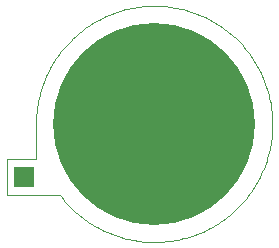
<source format=gts>
G75*
%MOIN*%
%OFA0B0*%
%FSLAX25Y25*%
%IPPOS*%
%LPD*%
%AMOC8*
5,1,8,0,0,1.08239X$1,22.5*
%
%ADD10C,0.00000*%
%ADD11C,0.67329*%
%ADD12R,0.07093X0.07093*%
D10*
X0005593Y0016998D02*
X0005593Y0028809D01*
X0015436Y0028809D01*
X0015436Y0040620D01*
X0023310Y0016998D02*
X0005593Y0016998D01*
X0023310Y0016998D02*
X0023899Y0016233D01*
X0024506Y0015482D01*
X0025131Y0014747D01*
X0025775Y0014027D01*
X0026435Y0013324D01*
X0027113Y0012636D01*
X0027807Y0011966D01*
X0028518Y0011312D01*
X0029245Y0010677D01*
X0029986Y0010059D01*
X0030743Y0009459D01*
X0031514Y0008879D01*
X0032300Y0008317D01*
X0033098Y0007775D01*
X0033910Y0007253D01*
X0034735Y0006751D01*
X0035571Y0006269D01*
X0036419Y0005807D01*
X0037278Y0005367D01*
X0038148Y0004948D01*
X0039027Y0004550D01*
X0039916Y0004174D01*
X0040814Y0003820D01*
X0041721Y0003488D01*
X0042635Y0003178D01*
X0043557Y0002891D01*
X0044485Y0002627D01*
X0045420Y0002385D01*
X0046360Y0002167D01*
X0047306Y0001971D01*
X0048255Y0001799D01*
X0049209Y0001650D01*
X0050166Y0001524D01*
X0051126Y0001422D01*
X0052088Y0001344D01*
X0053052Y0001289D01*
X0054017Y0001258D01*
X0054982Y0001250D01*
X0055948Y0001267D01*
X0056912Y0001306D01*
X0057875Y0001370D01*
X0058837Y0001457D01*
X0059796Y0001567D01*
X0060752Y0001702D01*
X0061704Y0001859D01*
X0062652Y0002040D01*
X0063596Y0002244D01*
X0064534Y0002471D01*
X0065467Y0002721D01*
X0066393Y0002994D01*
X0067312Y0003289D01*
X0068223Y0003607D01*
X0069127Y0003947D01*
X0070021Y0004309D01*
X0070907Y0004693D01*
X0071783Y0005099D01*
X0072649Y0005525D01*
X0073504Y0005974D01*
X0074348Y0006442D01*
X0075180Y0006932D01*
X0076000Y0007441D01*
X0076807Y0007971D01*
X0077601Y0008520D01*
X0078381Y0009089D01*
X0079147Y0009676D01*
X0079898Y0010282D01*
X0080635Y0010907D01*
X0081355Y0011549D01*
X0082060Y0012209D01*
X0082749Y0012885D01*
X0083420Y0013579D01*
X0084074Y0014288D01*
X0084711Y0015014D01*
X0085330Y0015755D01*
X0085931Y0016511D01*
X0086512Y0017281D01*
X0087075Y0018065D01*
X0087618Y0018863D01*
X0088142Y0019674D01*
X0088645Y0020498D01*
X0089129Y0021334D01*
X0089591Y0022181D01*
X0090033Y0023039D01*
X0090453Y0023908D01*
X0090852Y0024787D01*
X0091230Y0025676D01*
X0091585Y0026574D01*
X0091918Y0027480D01*
X0092229Y0028393D01*
X0092518Y0029315D01*
X0092784Y0030243D01*
X0093027Y0031177D01*
X0093247Y0032117D01*
X0093444Y0033062D01*
X0093617Y0034011D01*
X0093768Y0034965D01*
X0093895Y0035922D01*
X0093998Y0036882D01*
X0094078Y0037844D01*
X0094134Y0038807D01*
X0094167Y0039772D01*
X0094176Y0040738D01*
X0094161Y0041703D01*
X0094123Y0042667D01*
X0094061Y0043631D01*
X0093975Y0044592D01*
X0093866Y0045551D01*
X0093733Y0046508D01*
X0093577Y0047460D01*
X0093398Y0048409D01*
X0093195Y0049353D01*
X0092970Y0050291D01*
X0092721Y0051224D01*
X0092450Y0052150D01*
X0092156Y0053070D01*
X0091839Y0053982D01*
X0091500Y0054886D01*
X0091140Y0055781D01*
X0090757Y0056667D01*
X0090353Y0057544D01*
X0089927Y0058411D01*
X0089480Y0059266D01*
X0089013Y0060111D01*
X0088525Y0060944D01*
X0088016Y0061764D01*
X0087488Y0062572D01*
X0086940Y0063367D01*
X0086372Y0064148D01*
X0085786Y0064915D01*
X0085181Y0065667D01*
X0084558Y0066404D01*
X0083917Y0067126D01*
X0083258Y0067832D01*
X0082582Y0068521D01*
X0081890Y0069194D01*
X0081181Y0069849D01*
X0080457Y0070487D01*
X0079717Y0071107D01*
X0078962Y0071709D01*
X0078192Y0072291D01*
X0077409Y0072855D01*
X0076612Y0073400D01*
X0075801Y0073925D01*
X0074978Y0074429D01*
X0074143Y0074914D01*
X0073297Y0075378D01*
X0072439Y0075820D01*
X0071571Y0076242D01*
X0070692Y0076643D01*
X0069804Y0077021D01*
X0068907Y0077378D01*
X0068002Y0077713D01*
X0067088Y0078025D01*
X0066168Y0078315D01*
X0065240Y0078582D01*
X0064306Y0078827D01*
X0063367Y0079048D01*
X0062422Y0079246D01*
X0061473Y0079421D01*
X0060519Y0079573D01*
X0059562Y0079702D01*
X0058603Y0079806D01*
X0057641Y0079888D01*
X0056677Y0079946D01*
X0055713Y0079980D01*
X0054747Y0079990D01*
X0053782Y0079977D01*
X0052817Y0079940D01*
X0051854Y0079879D01*
X0050892Y0079795D01*
X0049933Y0079687D01*
X0048977Y0079556D01*
X0048024Y0079401D01*
X0047075Y0079223D01*
X0046131Y0079022D01*
X0045192Y0078798D01*
X0044259Y0078551D01*
X0043332Y0078281D01*
X0042412Y0077988D01*
X0041499Y0077673D01*
X0040595Y0077336D01*
X0039699Y0076976D01*
X0038812Y0076595D01*
X0037935Y0076192D01*
X0037068Y0075768D01*
X0036211Y0075322D01*
X0035366Y0074856D01*
X0034533Y0074369D01*
X0033711Y0073862D01*
X0032903Y0073335D01*
X0032107Y0072788D01*
X0031325Y0072221D01*
X0030558Y0071636D01*
X0029804Y0071032D01*
X0029066Y0070410D01*
X0028344Y0069770D01*
X0027637Y0069113D01*
X0026946Y0068438D01*
X0026273Y0067747D01*
X0025616Y0067039D01*
X0024977Y0066315D01*
X0024356Y0065576D01*
X0023754Y0064822D01*
X0023170Y0064053D01*
X0022604Y0063271D01*
X0022059Y0062474D01*
X0021533Y0061665D01*
X0021027Y0060843D01*
X0020541Y0060009D01*
X0020076Y0059163D01*
X0019632Y0058306D01*
X0019209Y0057438D01*
X0018807Y0056560D01*
X0018427Y0055673D01*
X0018069Y0054776D01*
X0017733Y0053871D01*
X0017419Y0052958D01*
X0017128Y0052038D01*
X0016859Y0051111D01*
X0016614Y0050177D01*
X0016391Y0049238D01*
X0016191Y0048294D01*
X0016015Y0047344D01*
X0015861Y0046391D01*
X0015732Y0045435D01*
X0015625Y0044475D01*
X0015542Y0043513D01*
X0015483Y0042550D01*
X0015448Y0041585D01*
X0015436Y0040620D01*
D11*
X0054806Y0040620D03*
D12*
X0011499Y0022904D03*
M02*

</source>
